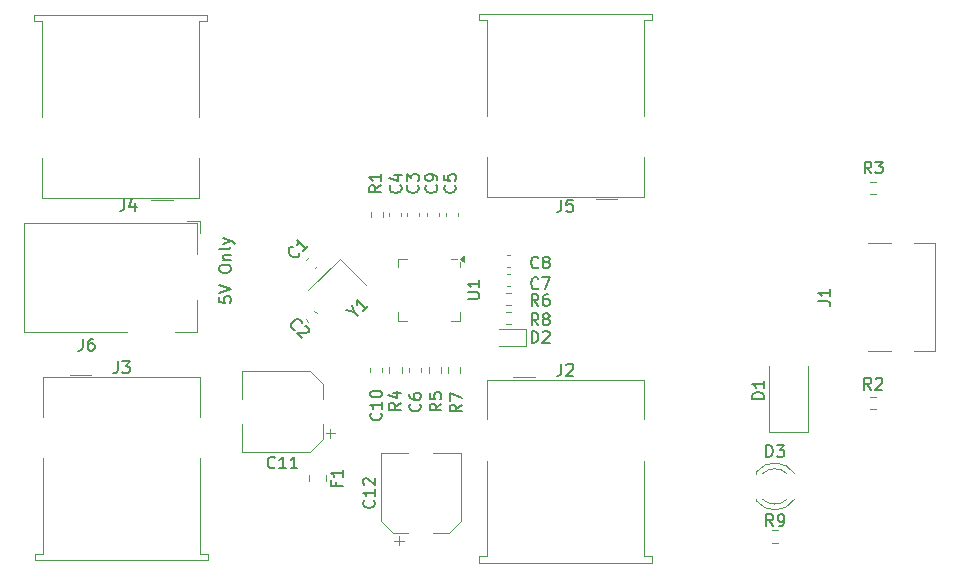
<source format=gbr>
%TF.GenerationSoftware,KiCad,Pcbnew,9.0.3-9.0.3-0~ubuntu22.04.1*%
%TF.CreationDate,2025-08-06T08:54:33+07:00*%
%TF.ProjectId,USB_HUB_4Port,5553425f-4855-4425-9f34-506f72742e6b,rev?*%
%TF.SameCoordinates,Original*%
%TF.FileFunction,Legend,Top*%
%TF.FilePolarity,Positive*%
%FSLAX46Y46*%
G04 Gerber Fmt 4.6, Leading zero omitted, Abs format (unit mm)*
G04 Created by KiCad (PCBNEW 9.0.3-9.0.3-0~ubuntu22.04.1) date 2025-08-06 08:54:33*
%MOMM*%
%LPD*%
G01*
G04 APERTURE LIST*
%ADD10C,0.200000*%
%ADD11C,0.150000*%
%ADD12C,0.120000*%
G04 APERTURE END LIST*
D10*
X64497219Y-146564136D02*
X64497219Y-147040326D01*
X64497219Y-147040326D02*
X64973409Y-147087945D01*
X64973409Y-147087945D02*
X64925790Y-147040326D01*
X64925790Y-147040326D02*
X64878171Y-146945088D01*
X64878171Y-146945088D02*
X64878171Y-146706993D01*
X64878171Y-146706993D02*
X64925790Y-146611755D01*
X64925790Y-146611755D02*
X64973409Y-146564136D01*
X64973409Y-146564136D02*
X65068647Y-146516517D01*
X65068647Y-146516517D02*
X65306742Y-146516517D01*
X65306742Y-146516517D02*
X65401980Y-146564136D01*
X65401980Y-146564136D02*
X65449600Y-146611755D01*
X65449600Y-146611755D02*
X65497219Y-146706993D01*
X65497219Y-146706993D02*
X65497219Y-146945088D01*
X65497219Y-146945088D02*
X65449600Y-147040326D01*
X65449600Y-147040326D02*
X65401980Y-147087945D01*
X64497219Y-146230802D02*
X65497219Y-145897469D01*
X65497219Y-145897469D02*
X64497219Y-145564136D01*
X64497219Y-144278421D02*
X64497219Y-144087945D01*
X64497219Y-144087945D02*
X64544838Y-143992707D01*
X64544838Y-143992707D02*
X64640076Y-143897469D01*
X64640076Y-143897469D02*
X64830552Y-143849850D01*
X64830552Y-143849850D02*
X65163885Y-143849850D01*
X65163885Y-143849850D02*
X65354361Y-143897469D01*
X65354361Y-143897469D02*
X65449600Y-143992707D01*
X65449600Y-143992707D02*
X65497219Y-144087945D01*
X65497219Y-144087945D02*
X65497219Y-144278421D01*
X65497219Y-144278421D02*
X65449600Y-144373659D01*
X65449600Y-144373659D02*
X65354361Y-144468897D01*
X65354361Y-144468897D02*
X65163885Y-144516516D01*
X65163885Y-144516516D02*
X64830552Y-144516516D01*
X64830552Y-144516516D02*
X64640076Y-144468897D01*
X64640076Y-144468897D02*
X64544838Y-144373659D01*
X64544838Y-144373659D02*
X64497219Y-144278421D01*
X64830552Y-143421278D02*
X65497219Y-143421278D01*
X64925790Y-143421278D02*
X64878171Y-143373659D01*
X64878171Y-143373659D02*
X64830552Y-143278421D01*
X64830552Y-143278421D02*
X64830552Y-143135564D01*
X64830552Y-143135564D02*
X64878171Y-143040326D01*
X64878171Y-143040326D02*
X64973409Y-142992707D01*
X64973409Y-142992707D02*
X65497219Y-142992707D01*
X65497219Y-142373659D02*
X65449600Y-142468897D01*
X65449600Y-142468897D02*
X65354361Y-142516516D01*
X65354361Y-142516516D02*
X64497219Y-142516516D01*
X64830552Y-142087944D02*
X65497219Y-141849849D01*
X64830552Y-141611754D02*
X65497219Y-141849849D01*
X65497219Y-141849849D02*
X65735314Y-141945087D01*
X65735314Y-141945087D02*
X65782933Y-141992706D01*
X65782933Y-141992706D02*
X65830552Y-142087944D01*
D11*
X85524819Y-146721904D02*
X86334342Y-146721904D01*
X86334342Y-146721904D02*
X86429580Y-146674285D01*
X86429580Y-146674285D02*
X86477200Y-146626666D01*
X86477200Y-146626666D02*
X86524819Y-146531428D01*
X86524819Y-146531428D02*
X86524819Y-146340952D01*
X86524819Y-146340952D02*
X86477200Y-146245714D01*
X86477200Y-146245714D02*
X86429580Y-146198095D01*
X86429580Y-146198095D02*
X86334342Y-146150476D01*
X86334342Y-146150476D02*
X85524819Y-146150476D01*
X86524819Y-145150476D02*
X86524819Y-145721904D01*
X86524819Y-145436190D02*
X85524819Y-145436190D01*
X85524819Y-145436190D02*
X85667676Y-145531428D01*
X85667676Y-145531428D02*
X85762914Y-145626666D01*
X85762914Y-145626666D02*
X85810533Y-145721904D01*
X91513333Y-147324819D02*
X91180000Y-146848628D01*
X90941905Y-147324819D02*
X90941905Y-146324819D01*
X90941905Y-146324819D02*
X91322857Y-146324819D01*
X91322857Y-146324819D02*
X91418095Y-146372438D01*
X91418095Y-146372438D02*
X91465714Y-146420057D01*
X91465714Y-146420057D02*
X91513333Y-146515295D01*
X91513333Y-146515295D02*
X91513333Y-146658152D01*
X91513333Y-146658152D02*
X91465714Y-146753390D01*
X91465714Y-146753390D02*
X91418095Y-146801009D01*
X91418095Y-146801009D02*
X91322857Y-146848628D01*
X91322857Y-146848628D02*
X90941905Y-146848628D01*
X92370476Y-146324819D02*
X92180000Y-146324819D01*
X92180000Y-146324819D02*
X92084762Y-146372438D01*
X92084762Y-146372438D02*
X92037143Y-146420057D01*
X92037143Y-146420057D02*
X91941905Y-146562914D01*
X91941905Y-146562914D02*
X91894286Y-146753390D01*
X91894286Y-146753390D02*
X91894286Y-147134342D01*
X91894286Y-147134342D02*
X91941905Y-147229580D01*
X91941905Y-147229580D02*
X91989524Y-147277200D01*
X91989524Y-147277200D02*
X92084762Y-147324819D01*
X92084762Y-147324819D02*
X92275238Y-147324819D01*
X92275238Y-147324819D02*
X92370476Y-147277200D01*
X92370476Y-147277200D02*
X92418095Y-147229580D01*
X92418095Y-147229580D02*
X92465714Y-147134342D01*
X92465714Y-147134342D02*
X92465714Y-146896247D01*
X92465714Y-146896247D02*
X92418095Y-146801009D01*
X92418095Y-146801009D02*
X92370476Y-146753390D01*
X92370476Y-146753390D02*
X92275238Y-146705771D01*
X92275238Y-146705771D02*
X92084762Y-146705771D01*
X92084762Y-146705771D02*
X91989524Y-146753390D01*
X91989524Y-146753390D02*
X91941905Y-146801009D01*
X91941905Y-146801009D02*
X91894286Y-146896247D01*
X71286411Y-142882112D02*
X71286411Y-142949456D01*
X71286411Y-142949456D02*
X71219067Y-143084143D01*
X71219067Y-143084143D02*
X71151724Y-143151486D01*
X71151724Y-143151486D02*
X71017037Y-143218830D01*
X71017037Y-143218830D02*
X70882350Y-143218830D01*
X70882350Y-143218830D02*
X70781335Y-143185158D01*
X70781335Y-143185158D02*
X70612976Y-143084143D01*
X70612976Y-143084143D02*
X70511961Y-142983128D01*
X70511961Y-142983128D02*
X70410945Y-142814769D01*
X70410945Y-142814769D02*
X70377274Y-142713754D01*
X70377274Y-142713754D02*
X70377274Y-142579067D01*
X70377274Y-142579067D02*
X70444617Y-142444380D01*
X70444617Y-142444380D02*
X70511961Y-142377036D01*
X70511961Y-142377036D02*
X70646648Y-142309693D01*
X70646648Y-142309693D02*
X70713991Y-142309693D01*
X72027189Y-142276021D02*
X71623128Y-142680082D01*
X71825159Y-142478051D02*
X71118052Y-141770945D01*
X71118052Y-141770945D02*
X71151724Y-141939303D01*
X71151724Y-141939303D02*
X71151724Y-142073990D01*
X71151724Y-142073990D02*
X71118052Y-142175006D01*
X78169580Y-156407857D02*
X78217200Y-156455476D01*
X78217200Y-156455476D02*
X78264819Y-156598333D01*
X78264819Y-156598333D02*
X78264819Y-156693571D01*
X78264819Y-156693571D02*
X78217200Y-156836428D01*
X78217200Y-156836428D02*
X78121961Y-156931666D01*
X78121961Y-156931666D02*
X78026723Y-156979285D01*
X78026723Y-156979285D02*
X77836247Y-157026904D01*
X77836247Y-157026904D02*
X77693390Y-157026904D01*
X77693390Y-157026904D02*
X77502914Y-156979285D01*
X77502914Y-156979285D02*
X77407676Y-156931666D01*
X77407676Y-156931666D02*
X77312438Y-156836428D01*
X77312438Y-156836428D02*
X77264819Y-156693571D01*
X77264819Y-156693571D02*
X77264819Y-156598333D01*
X77264819Y-156598333D02*
X77312438Y-156455476D01*
X77312438Y-156455476D02*
X77360057Y-156407857D01*
X78264819Y-155455476D02*
X78264819Y-156026904D01*
X78264819Y-155741190D02*
X77264819Y-155741190D01*
X77264819Y-155741190D02*
X77407676Y-155836428D01*
X77407676Y-155836428D02*
X77502914Y-155931666D01*
X77502914Y-155931666D02*
X77550533Y-156026904D01*
X77264819Y-154836428D02*
X77264819Y-154741190D01*
X77264819Y-154741190D02*
X77312438Y-154645952D01*
X77312438Y-154645952D02*
X77360057Y-154598333D01*
X77360057Y-154598333D02*
X77455295Y-154550714D01*
X77455295Y-154550714D02*
X77645771Y-154503095D01*
X77645771Y-154503095D02*
X77883866Y-154503095D01*
X77883866Y-154503095D02*
X78074342Y-154550714D01*
X78074342Y-154550714D02*
X78169580Y-154598333D01*
X78169580Y-154598333D02*
X78217200Y-154645952D01*
X78217200Y-154645952D02*
X78264819Y-154741190D01*
X78264819Y-154741190D02*
X78264819Y-154836428D01*
X78264819Y-154836428D02*
X78217200Y-154931666D01*
X78217200Y-154931666D02*
X78169580Y-154979285D01*
X78169580Y-154979285D02*
X78074342Y-155026904D01*
X78074342Y-155026904D02*
X77883866Y-155074523D01*
X77883866Y-155074523D02*
X77645771Y-155074523D01*
X77645771Y-155074523D02*
X77455295Y-155026904D01*
X77455295Y-155026904D02*
X77360057Y-154979285D01*
X77360057Y-154979285D02*
X77312438Y-154931666D01*
X77312438Y-154931666D02*
X77264819Y-154836428D01*
X119713333Y-136114819D02*
X119380000Y-135638628D01*
X119141905Y-136114819D02*
X119141905Y-135114819D01*
X119141905Y-135114819D02*
X119522857Y-135114819D01*
X119522857Y-135114819D02*
X119618095Y-135162438D01*
X119618095Y-135162438D02*
X119665714Y-135210057D01*
X119665714Y-135210057D02*
X119713333Y-135305295D01*
X119713333Y-135305295D02*
X119713333Y-135448152D01*
X119713333Y-135448152D02*
X119665714Y-135543390D01*
X119665714Y-135543390D02*
X119618095Y-135591009D01*
X119618095Y-135591009D02*
X119522857Y-135638628D01*
X119522857Y-135638628D02*
X119141905Y-135638628D01*
X120046667Y-135114819D02*
X120665714Y-135114819D01*
X120665714Y-135114819D02*
X120332381Y-135495771D01*
X120332381Y-135495771D02*
X120475238Y-135495771D01*
X120475238Y-135495771D02*
X120570476Y-135543390D01*
X120570476Y-135543390D02*
X120618095Y-135591009D01*
X120618095Y-135591009D02*
X120665714Y-135686247D01*
X120665714Y-135686247D02*
X120665714Y-135924342D01*
X120665714Y-135924342D02*
X120618095Y-136019580D01*
X120618095Y-136019580D02*
X120570476Y-136067200D01*
X120570476Y-136067200D02*
X120475238Y-136114819D01*
X120475238Y-136114819D02*
X120189524Y-136114819D01*
X120189524Y-136114819D02*
X120094286Y-136067200D01*
X120094286Y-136067200D02*
X120046667Y-136019580D01*
X70906724Y-149347574D02*
X70839380Y-149347574D01*
X70839380Y-149347574D02*
X70704693Y-149280230D01*
X70704693Y-149280230D02*
X70637350Y-149212887D01*
X70637350Y-149212887D02*
X70570006Y-149078200D01*
X70570006Y-149078200D02*
X70570006Y-148943513D01*
X70570006Y-148943513D02*
X70603678Y-148842498D01*
X70603678Y-148842498D02*
X70704693Y-148674139D01*
X70704693Y-148674139D02*
X70805708Y-148573124D01*
X70805708Y-148573124D02*
X70974067Y-148472108D01*
X70974067Y-148472108D02*
X71075082Y-148438437D01*
X71075082Y-148438437D02*
X71209769Y-148438437D01*
X71209769Y-148438437D02*
X71344456Y-148505780D01*
X71344456Y-148505780D02*
X71411800Y-148573124D01*
X71411800Y-148573124D02*
X71479143Y-148707811D01*
X71479143Y-148707811D02*
X71479143Y-148775154D01*
X71748517Y-149044528D02*
X71815861Y-149044528D01*
X71815861Y-149044528D02*
X71916876Y-149078200D01*
X71916876Y-149078200D02*
X72085235Y-149246559D01*
X72085235Y-149246559D02*
X72118907Y-149347574D01*
X72118907Y-149347574D02*
X72118907Y-149414917D01*
X72118907Y-149414917D02*
X72085235Y-149515933D01*
X72085235Y-149515933D02*
X72017891Y-149583276D01*
X72017891Y-149583276D02*
X71883204Y-149650620D01*
X71883204Y-149650620D02*
X71075082Y-149650620D01*
X71075082Y-149650620D02*
X71512815Y-150088352D01*
X90941905Y-150474819D02*
X90941905Y-149474819D01*
X90941905Y-149474819D02*
X91180000Y-149474819D01*
X91180000Y-149474819D02*
X91322857Y-149522438D01*
X91322857Y-149522438D02*
X91418095Y-149617676D01*
X91418095Y-149617676D02*
X91465714Y-149712914D01*
X91465714Y-149712914D02*
X91513333Y-149903390D01*
X91513333Y-149903390D02*
X91513333Y-150046247D01*
X91513333Y-150046247D02*
X91465714Y-150236723D01*
X91465714Y-150236723D02*
X91418095Y-150331961D01*
X91418095Y-150331961D02*
X91322857Y-150427200D01*
X91322857Y-150427200D02*
X91180000Y-150474819D01*
X91180000Y-150474819D02*
X90941905Y-150474819D01*
X91894286Y-149570057D02*
X91941905Y-149522438D01*
X91941905Y-149522438D02*
X92037143Y-149474819D01*
X92037143Y-149474819D02*
X92275238Y-149474819D01*
X92275238Y-149474819D02*
X92370476Y-149522438D01*
X92370476Y-149522438D02*
X92418095Y-149570057D01*
X92418095Y-149570057D02*
X92465714Y-149665295D01*
X92465714Y-149665295D02*
X92465714Y-149760533D01*
X92465714Y-149760533D02*
X92418095Y-149903390D01*
X92418095Y-149903390D02*
X91846667Y-150474819D01*
X91846667Y-150474819D02*
X92465714Y-150474819D01*
X81289580Y-137126666D02*
X81337200Y-137174285D01*
X81337200Y-137174285D02*
X81384819Y-137317142D01*
X81384819Y-137317142D02*
X81384819Y-137412380D01*
X81384819Y-137412380D02*
X81337200Y-137555237D01*
X81337200Y-137555237D02*
X81241961Y-137650475D01*
X81241961Y-137650475D02*
X81146723Y-137698094D01*
X81146723Y-137698094D02*
X80956247Y-137745713D01*
X80956247Y-137745713D02*
X80813390Y-137745713D01*
X80813390Y-137745713D02*
X80622914Y-137698094D01*
X80622914Y-137698094D02*
X80527676Y-137650475D01*
X80527676Y-137650475D02*
X80432438Y-137555237D01*
X80432438Y-137555237D02*
X80384819Y-137412380D01*
X80384819Y-137412380D02*
X80384819Y-137317142D01*
X80384819Y-137317142D02*
X80432438Y-137174285D01*
X80432438Y-137174285D02*
X80480057Y-137126666D01*
X80384819Y-136793332D02*
X80384819Y-136174285D01*
X80384819Y-136174285D02*
X80765771Y-136507618D01*
X80765771Y-136507618D02*
X80765771Y-136364761D01*
X80765771Y-136364761D02*
X80813390Y-136269523D01*
X80813390Y-136269523D02*
X80861009Y-136221904D01*
X80861009Y-136221904D02*
X80956247Y-136174285D01*
X80956247Y-136174285D02*
X81194342Y-136174285D01*
X81194342Y-136174285D02*
X81289580Y-136221904D01*
X81289580Y-136221904D02*
X81337200Y-136269523D01*
X81337200Y-136269523D02*
X81384819Y-136364761D01*
X81384819Y-136364761D02*
X81384819Y-136650475D01*
X81384819Y-136650475D02*
X81337200Y-136745713D01*
X81337200Y-136745713D02*
X81289580Y-136793332D01*
X82859580Y-137126666D02*
X82907200Y-137174285D01*
X82907200Y-137174285D02*
X82954819Y-137317142D01*
X82954819Y-137317142D02*
X82954819Y-137412380D01*
X82954819Y-137412380D02*
X82907200Y-137555237D01*
X82907200Y-137555237D02*
X82811961Y-137650475D01*
X82811961Y-137650475D02*
X82716723Y-137698094D01*
X82716723Y-137698094D02*
X82526247Y-137745713D01*
X82526247Y-137745713D02*
X82383390Y-137745713D01*
X82383390Y-137745713D02*
X82192914Y-137698094D01*
X82192914Y-137698094D02*
X82097676Y-137650475D01*
X82097676Y-137650475D02*
X82002438Y-137555237D01*
X82002438Y-137555237D02*
X81954819Y-137412380D01*
X81954819Y-137412380D02*
X81954819Y-137317142D01*
X81954819Y-137317142D02*
X82002438Y-137174285D01*
X82002438Y-137174285D02*
X82050057Y-137126666D01*
X82954819Y-136650475D02*
X82954819Y-136459999D01*
X82954819Y-136459999D02*
X82907200Y-136364761D01*
X82907200Y-136364761D02*
X82859580Y-136317142D01*
X82859580Y-136317142D02*
X82716723Y-136221904D01*
X82716723Y-136221904D02*
X82526247Y-136174285D01*
X82526247Y-136174285D02*
X82145295Y-136174285D01*
X82145295Y-136174285D02*
X82050057Y-136221904D01*
X82050057Y-136221904D02*
X82002438Y-136269523D01*
X82002438Y-136269523D02*
X81954819Y-136364761D01*
X81954819Y-136364761D02*
X81954819Y-136555237D01*
X81954819Y-136555237D02*
X82002438Y-136650475D01*
X82002438Y-136650475D02*
X82050057Y-136698094D01*
X82050057Y-136698094D02*
X82145295Y-136745713D01*
X82145295Y-136745713D02*
X82383390Y-136745713D01*
X82383390Y-136745713D02*
X82478628Y-136698094D01*
X82478628Y-136698094D02*
X82526247Y-136650475D01*
X82526247Y-136650475D02*
X82573866Y-136555237D01*
X82573866Y-136555237D02*
X82573866Y-136364761D01*
X82573866Y-136364761D02*
X82526247Y-136269523D01*
X82526247Y-136269523D02*
X82478628Y-136221904D01*
X82478628Y-136221904D02*
X82383390Y-136174285D01*
X119703333Y-154414819D02*
X119370000Y-153938628D01*
X119131905Y-154414819D02*
X119131905Y-153414819D01*
X119131905Y-153414819D02*
X119512857Y-153414819D01*
X119512857Y-153414819D02*
X119608095Y-153462438D01*
X119608095Y-153462438D02*
X119655714Y-153510057D01*
X119655714Y-153510057D02*
X119703333Y-153605295D01*
X119703333Y-153605295D02*
X119703333Y-153748152D01*
X119703333Y-153748152D02*
X119655714Y-153843390D01*
X119655714Y-153843390D02*
X119608095Y-153891009D01*
X119608095Y-153891009D02*
X119512857Y-153938628D01*
X119512857Y-153938628D02*
X119131905Y-153938628D01*
X120084286Y-153510057D02*
X120131905Y-153462438D01*
X120131905Y-153462438D02*
X120227143Y-153414819D01*
X120227143Y-153414819D02*
X120465238Y-153414819D01*
X120465238Y-153414819D02*
X120560476Y-153462438D01*
X120560476Y-153462438D02*
X120608095Y-153510057D01*
X120608095Y-153510057D02*
X120655714Y-153605295D01*
X120655714Y-153605295D02*
X120655714Y-153700533D01*
X120655714Y-153700533D02*
X120608095Y-153843390D01*
X120608095Y-153843390D02*
X120036667Y-154414819D01*
X120036667Y-154414819D02*
X120655714Y-154414819D01*
X115234819Y-146923333D02*
X115949104Y-146923333D01*
X115949104Y-146923333D02*
X116091961Y-146970952D01*
X116091961Y-146970952D02*
X116187200Y-147066190D01*
X116187200Y-147066190D02*
X116234819Y-147209047D01*
X116234819Y-147209047D02*
X116234819Y-147304285D01*
X116234819Y-145923333D02*
X116234819Y-146494761D01*
X116234819Y-146209047D02*
X115234819Y-146209047D01*
X115234819Y-146209047D02*
X115377676Y-146304285D01*
X115377676Y-146304285D02*
X115472914Y-146399523D01*
X115472914Y-146399523D02*
X115520533Y-146494761D01*
X111403333Y-165974819D02*
X111070000Y-165498628D01*
X110831905Y-165974819D02*
X110831905Y-164974819D01*
X110831905Y-164974819D02*
X111212857Y-164974819D01*
X111212857Y-164974819D02*
X111308095Y-165022438D01*
X111308095Y-165022438D02*
X111355714Y-165070057D01*
X111355714Y-165070057D02*
X111403333Y-165165295D01*
X111403333Y-165165295D02*
X111403333Y-165308152D01*
X111403333Y-165308152D02*
X111355714Y-165403390D01*
X111355714Y-165403390D02*
X111308095Y-165451009D01*
X111308095Y-165451009D02*
X111212857Y-165498628D01*
X111212857Y-165498628D02*
X110831905Y-165498628D01*
X111879524Y-165974819D02*
X112070000Y-165974819D01*
X112070000Y-165974819D02*
X112165238Y-165927200D01*
X112165238Y-165927200D02*
X112212857Y-165879580D01*
X112212857Y-165879580D02*
X112308095Y-165736723D01*
X112308095Y-165736723D02*
X112355714Y-165546247D01*
X112355714Y-165546247D02*
X112355714Y-165165295D01*
X112355714Y-165165295D02*
X112308095Y-165070057D01*
X112308095Y-165070057D02*
X112260476Y-165022438D01*
X112260476Y-165022438D02*
X112165238Y-164974819D01*
X112165238Y-164974819D02*
X111974762Y-164974819D01*
X111974762Y-164974819D02*
X111879524Y-165022438D01*
X111879524Y-165022438D02*
X111831905Y-165070057D01*
X111831905Y-165070057D02*
X111784286Y-165165295D01*
X111784286Y-165165295D02*
X111784286Y-165403390D01*
X111784286Y-165403390D02*
X111831905Y-165498628D01*
X111831905Y-165498628D02*
X111879524Y-165546247D01*
X111879524Y-165546247D02*
X111974762Y-165593866D01*
X111974762Y-165593866D02*
X112165238Y-165593866D01*
X112165238Y-165593866D02*
X112260476Y-165546247D01*
X112260476Y-165546247D02*
X112308095Y-165498628D01*
X112308095Y-165498628D02*
X112355714Y-165403390D01*
X91513333Y-145829580D02*
X91465714Y-145877200D01*
X91465714Y-145877200D02*
X91322857Y-145924819D01*
X91322857Y-145924819D02*
X91227619Y-145924819D01*
X91227619Y-145924819D02*
X91084762Y-145877200D01*
X91084762Y-145877200D02*
X90989524Y-145781961D01*
X90989524Y-145781961D02*
X90941905Y-145686723D01*
X90941905Y-145686723D02*
X90894286Y-145496247D01*
X90894286Y-145496247D02*
X90894286Y-145353390D01*
X90894286Y-145353390D02*
X90941905Y-145162914D01*
X90941905Y-145162914D02*
X90989524Y-145067676D01*
X90989524Y-145067676D02*
X91084762Y-144972438D01*
X91084762Y-144972438D02*
X91227619Y-144924819D01*
X91227619Y-144924819D02*
X91322857Y-144924819D01*
X91322857Y-144924819D02*
X91465714Y-144972438D01*
X91465714Y-144972438D02*
X91513333Y-145020057D01*
X91846667Y-144924819D02*
X92513333Y-144924819D01*
X92513333Y-144924819D02*
X92084762Y-145924819D01*
X55906666Y-152034819D02*
X55906666Y-152749104D01*
X55906666Y-152749104D02*
X55859047Y-152891961D01*
X55859047Y-152891961D02*
X55763809Y-152987200D01*
X55763809Y-152987200D02*
X55620952Y-153034819D01*
X55620952Y-153034819D02*
X55525714Y-153034819D01*
X56287619Y-152034819D02*
X56906666Y-152034819D01*
X56906666Y-152034819D02*
X56573333Y-152415771D01*
X56573333Y-152415771D02*
X56716190Y-152415771D01*
X56716190Y-152415771D02*
X56811428Y-152463390D01*
X56811428Y-152463390D02*
X56859047Y-152511009D01*
X56859047Y-152511009D02*
X56906666Y-152606247D01*
X56906666Y-152606247D02*
X56906666Y-152844342D01*
X56906666Y-152844342D02*
X56859047Y-152939580D01*
X56859047Y-152939580D02*
X56811428Y-152987200D01*
X56811428Y-152987200D02*
X56716190Y-153034819D01*
X56716190Y-153034819D02*
X56430476Y-153034819D01*
X56430476Y-153034819D02*
X56335238Y-152987200D01*
X56335238Y-152987200D02*
X56287619Y-152939580D01*
X52946666Y-150114819D02*
X52946666Y-150829104D01*
X52946666Y-150829104D02*
X52899047Y-150971961D01*
X52899047Y-150971961D02*
X52803809Y-151067200D01*
X52803809Y-151067200D02*
X52660952Y-151114819D01*
X52660952Y-151114819D02*
X52565714Y-151114819D01*
X53851428Y-150114819D02*
X53660952Y-150114819D01*
X53660952Y-150114819D02*
X53565714Y-150162438D01*
X53565714Y-150162438D02*
X53518095Y-150210057D01*
X53518095Y-150210057D02*
X53422857Y-150352914D01*
X53422857Y-150352914D02*
X53375238Y-150543390D01*
X53375238Y-150543390D02*
X53375238Y-150924342D01*
X53375238Y-150924342D02*
X53422857Y-151019580D01*
X53422857Y-151019580D02*
X53470476Y-151067200D01*
X53470476Y-151067200D02*
X53565714Y-151114819D01*
X53565714Y-151114819D02*
X53756190Y-151114819D01*
X53756190Y-151114819D02*
X53851428Y-151067200D01*
X53851428Y-151067200D02*
X53899047Y-151019580D01*
X53899047Y-151019580D02*
X53946666Y-150924342D01*
X53946666Y-150924342D02*
X53946666Y-150686247D01*
X53946666Y-150686247D02*
X53899047Y-150591009D01*
X53899047Y-150591009D02*
X53851428Y-150543390D01*
X53851428Y-150543390D02*
X53756190Y-150495771D01*
X53756190Y-150495771D02*
X53565714Y-150495771D01*
X53565714Y-150495771D02*
X53470476Y-150543390D01*
X53470476Y-150543390D02*
X53422857Y-150591009D01*
X53422857Y-150591009D02*
X53375238Y-150686247D01*
X91513333Y-148974819D02*
X91180000Y-148498628D01*
X90941905Y-148974819D02*
X90941905Y-147974819D01*
X90941905Y-147974819D02*
X91322857Y-147974819D01*
X91322857Y-147974819D02*
X91418095Y-148022438D01*
X91418095Y-148022438D02*
X91465714Y-148070057D01*
X91465714Y-148070057D02*
X91513333Y-148165295D01*
X91513333Y-148165295D02*
X91513333Y-148308152D01*
X91513333Y-148308152D02*
X91465714Y-148403390D01*
X91465714Y-148403390D02*
X91418095Y-148451009D01*
X91418095Y-148451009D02*
X91322857Y-148498628D01*
X91322857Y-148498628D02*
X90941905Y-148498628D01*
X92084762Y-148403390D02*
X91989524Y-148355771D01*
X91989524Y-148355771D02*
X91941905Y-148308152D01*
X91941905Y-148308152D02*
X91894286Y-148212914D01*
X91894286Y-148212914D02*
X91894286Y-148165295D01*
X91894286Y-148165295D02*
X91941905Y-148070057D01*
X91941905Y-148070057D02*
X91989524Y-148022438D01*
X91989524Y-148022438D02*
X92084762Y-147974819D01*
X92084762Y-147974819D02*
X92275238Y-147974819D01*
X92275238Y-147974819D02*
X92370476Y-148022438D01*
X92370476Y-148022438D02*
X92418095Y-148070057D01*
X92418095Y-148070057D02*
X92465714Y-148165295D01*
X92465714Y-148165295D02*
X92465714Y-148212914D01*
X92465714Y-148212914D02*
X92418095Y-148308152D01*
X92418095Y-148308152D02*
X92370476Y-148355771D01*
X92370476Y-148355771D02*
X92275238Y-148403390D01*
X92275238Y-148403390D02*
X92084762Y-148403390D01*
X92084762Y-148403390D02*
X91989524Y-148451009D01*
X91989524Y-148451009D02*
X91941905Y-148498628D01*
X91941905Y-148498628D02*
X91894286Y-148593866D01*
X91894286Y-148593866D02*
X91894286Y-148784342D01*
X91894286Y-148784342D02*
X91941905Y-148879580D01*
X91941905Y-148879580D02*
X91989524Y-148927200D01*
X91989524Y-148927200D02*
X92084762Y-148974819D01*
X92084762Y-148974819D02*
X92275238Y-148974819D01*
X92275238Y-148974819D02*
X92370476Y-148927200D01*
X92370476Y-148927200D02*
X92418095Y-148879580D01*
X92418095Y-148879580D02*
X92465714Y-148784342D01*
X92465714Y-148784342D02*
X92465714Y-148593866D01*
X92465714Y-148593866D02*
X92418095Y-148498628D01*
X92418095Y-148498628D02*
X92370476Y-148451009D01*
X92370476Y-148451009D02*
X92275238Y-148403390D01*
X93466666Y-138354819D02*
X93466666Y-139069104D01*
X93466666Y-139069104D02*
X93419047Y-139211961D01*
X93419047Y-139211961D02*
X93323809Y-139307200D01*
X93323809Y-139307200D02*
X93180952Y-139354819D01*
X93180952Y-139354819D02*
X93085714Y-139354819D01*
X94419047Y-138354819D02*
X93942857Y-138354819D01*
X93942857Y-138354819D02*
X93895238Y-138831009D01*
X93895238Y-138831009D02*
X93942857Y-138783390D01*
X93942857Y-138783390D02*
X94038095Y-138735771D01*
X94038095Y-138735771D02*
X94276190Y-138735771D01*
X94276190Y-138735771D02*
X94371428Y-138783390D01*
X94371428Y-138783390D02*
X94419047Y-138831009D01*
X94419047Y-138831009D02*
X94466666Y-138926247D01*
X94466666Y-138926247D02*
X94466666Y-139164342D01*
X94466666Y-139164342D02*
X94419047Y-139259580D01*
X94419047Y-139259580D02*
X94371428Y-139307200D01*
X94371428Y-139307200D02*
X94276190Y-139354819D01*
X94276190Y-139354819D02*
X94038095Y-139354819D01*
X94038095Y-139354819D02*
X93942857Y-139307200D01*
X93942857Y-139307200D02*
X93895238Y-139259580D01*
X79854819Y-155536666D02*
X79378628Y-155869999D01*
X79854819Y-156108094D02*
X78854819Y-156108094D01*
X78854819Y-156108094D02*
X78854819Y-155727142D01*
X78854819Y-155727142D02*
X78902438Y-155631904D01*
X78902438Y-155631904D02*
X78950057Y-155584285D01*
X78950057Y-155584285D02*
X79045295Y-155536666D01*
X79045295Y-155536666D02*
X79188152Y-155536666D01*
X79188152Y-155536666D02*
X79283390Y-155584285D01*
X79283390Y-155584285D02*
X79331009Y-155631904D01*
X79331009Y-155631904D02*
X79378628Y-155727142D01*
X79378628Y-155727142D02*
X79378628Y-156108094D01*
X79188152Y-154679523D02*
X79854819Y-154679523D01*
X78807200Y-154917618D02*
X79521485Y-155155713D01*
X79521485Y-155155713D02*
X79521485Y-154536666D01*
X93466666Y-152224819D02*
X93466666Y-152939104D01*
X93466666Y-152939104D02*
X93419047Y-153081961D01*
X93419047Y-153081961D02*
X93323809Y-153177200D01*
X93323809Y-153177200D02*
X93180952Y-153224819D01*
X93180952Y-153224819D02*
X93085714Y-153224819D01*
X93895238Y-152320057D02*
X93942857Y-152272438D01*
X93942857Y-152272438D02*
X94038095Y-152224819D01*
X94038095Y-152224819D02*
X94276190Y-152224819D01*
X94276190Y-152224819D02*
X94371428Y-152272438D01*
X94371428Y-152272438D02*
X94419047Y-152320057D01*
X94419047Y-152320057D02*
X94466666Y-152415295D01*
X94466666Y-152415295D02*
X94466666Y-152510533D01*
X94466666Y-152510533D02*
X94419047Y-152653390D01*
X94419047Y-152653390D02*
X93847619Y-153224819D01*
X93847619Y-153224819D02*
X94466666Y-153224819D01*
X84429580Y-137126666D02*
X84477200Y-137174285D01*
X84477200Y-137174285D02*
X84524819Y-137317142D01*
X84524819Y-137317142D02*
X84524819Y-137412380D01*
X84524819Y-137412380D02*
X84477200Y-137555237D01*
X84477200Y-137555237D02*
X84381961Y-137650475D01*
X84381961Y-137650475D02*
X84286723Y-137698094D01*
X84286723Y-137698094D02*
X84096247Y-137745713D01*
X84096247Y-137745713D02*
X83953390Y-137745713D01*
X83953390Y-137745713D02*
X83762914Y-137698094D01*
X83762914Y-137698094D02*
X83667676Y-137650475D01*
X83667676Y-137650475D02*
X83572438Y-137555237D01*
X83572438Y-137555237D02*
X83524819Y-137412380D01*
X83524819Y-137412380D02*
X83524819Y-137317142D01*
X83524819Y-137317142D02*
X83572438Y-137174285D01*
X83572438Y-137174285D02*
X83620057Y-137126666D01*
X83524819Y-136221904D02*
X83524819Y-136698094D01*
X83524819Y-136698094D02*
X84001009Y-136745713D01*
X84001009Y-136745713D02*
X83953390Y-136698094D01*
X83953390Y-136698094D02*
X83905771Y-136602856D01*
X83905771Y-136602856D02*
X83905771Y-136364761D01*
X83905771Y-136364761D02*
X83953390Y-136269523D01*
X83953390Y-136269523D02*
X84001009Y-136221904D01*
X84001009Y-136221904D02*
X84096247Y-136174285D01*
X84096247Y-136174285D02*
X84334342Y-136174285D01*
X84334342Y-136174285D02*
X84429580Y-136221904D01*
X84429580Y-136221904D02*
X84477200Y-136269523D01*
X84477200Y-136269523D02*
X84524819Y-136364761D01*
X84524819Y-136364761D02*
X84524819Y-136602856D01*
X84524819Y-136602856D02*
X84477200Y-136698094D01*
X84477200Y-136698094D02*
X84429580Y-136745713D01*
X83304819Y-155606666D02*
X82828628Y-155939999D01*
X83304819Y-156178094D02*
X82304819Y-156178094D01*
X82304819Y-156178094D02*
X82304819Y-155797142D01*
X82304819Y-155797142D02*
X82352438Y-155701904D01*
X82352438Y-155701904D02*
X82400057Y-155654285D01*
X82400057Y-155654285D02*
X82495295Y-155606666D01*
X82495295Y-155606666D02*
X82638152Y-155606666D01*
X82638152Y-155606666D02*
X82733390Y-155654285D01*
X82733390Y-155654285D02*
X82781009Y-155701904D01*
X82781009Y-155701904D02*
X82828628Y-155797142D01*
X82828628Y-155797142D02*
X82828628Y-156178094D01*
X82304819Y-154701904D02*
X82304819Y-155178094D01*
X82304819Y-155178094D02*
X82781009Y-155225713D01*
X82781009Y-155225713D02*
X82733390Y-155178094D01*
X82733390Y-155178094D02*
X82685771Y-155082856D01*
X82685771Y-155082856D02*
X82685771Y-154844761D01*
X82685771Y-154844761D02*
X82733390Y-154749523D01*
X82733390Y-154749523D02*
X82781009Y-154701904D01*
X82781009Y-154701904D02*
X82876247Y-154654285D01*
X82876247Y-154654285D02*
X83114342Y-154654285D01*
X83114342Y-154654285D02*
X83209580Y-154701904D01*
X83209580Y-154701904D02*
X83257200Y-154749523D01*
X83257200Y-154749523D02*
X83304819Y-154844761D01*
X83304819Y-154844761D02*
X83304819Y-155082856D01*
X83304819Y-155082856D02*
X83257200Y-155178094D01*
X83257200Y-155178094D02*
X83209580Y-155225713D01*
X77579580Y-163802857D02*
X77627200Y-163850476D01*
X77627200Y-163850476D02*
X77674819Y-163993333D01*
X77674819Y-163993333D02*
X77674819Y-164088571D01*
X77674819Y-164088571D02*
X77627200Y-164231428D01*
X77627200Y-164231428D02*
X77531961Y-164326666D01*
X77531961Y-164326666D02*
X77436723Y-164374285D01*
X77436723Y-164374285D02*
X77246247Y-164421904D01*
X77246247Y-164421904D02*
X77103390Y-164421904D01*
X77103390Y-164421904D02*
X76912914Y-164374285D01*
X76912914Y-164374285D02*
X76817676Y-164326666D01*
X76817676Y-164326666D02*
X76722438Y-164231428D01*
X76722438Y-164231428D02*
X76674819Y-164088571D01*
X76674819Y-164088571D02*
X76674819Y-163993333D01*
X76674819Y-163993333D02*
X76722438Y-163850476D01*
X76722438Y-163850476D02*
X76770057Y-163802857D01*
X77674819Y-162850476D02*
X77674819Y-163421904D01*
X77674819Y-163136190D02*
X76674819Y-163136190D01*
X76674819Y-163136190D02*
X76817676Y-163231428D01*
X76817676Y-163231428D02*
X76912914Y-163326666D01*
X76912914Y-163326666D02*
X76960533Y-163421904D01*
X76770057Y-162469523D02*
X76722438Y-162421904D01*
X76722438Y-162421904D02*
X76674819Y-162326666D01*
X76674819Y-162326666D02*
X76674819Y-162088571D01*
X76674819Y-162088571D02*
X76722438Y-161993333D01*
X76722438Y-161993333D02*
X76770057Y-161945714D01*
X76770057Y-161945714D02*
X76865295Y-161898095D01*
X76865295Y-161898095D02*
X76960533Y-161898095D01*
X76960533Y-161898095D02*
X77103390Y-161945714D01*
X77103390Y-161945714D02*
X77674819Y-162517142D01*
X77674819Y-162517142D02*
X77674819Y-161898095D01*
X110801905Y-160109819D02*
X110801905Y-159109819D01*
X110801905Y-159109819D02*
X111040000Y-159109819D01*
X111040000Y-159109819D02*
X111182857Y-159157438D01*
X111182857Y-159157438D02*
X111278095Y-159252676D01*
X111278095Y-159252676D02*
X111325714Y-159347914D01*
X111325714Y-159347914D02*
X111373333Y-159538390D01*
X111373333Y-159538390D02*
X111373333Y-159681247D01*
X111373333Y-159681247D02*
X111325714Y-159871723D01*
X111325714Y-159871723D02*
X111278095Y-159966961D01*
X111278095Y-159966961D02*
X111182857Y-160062200D01*
X111182857Y-160062200D02*
X111040000Y-160109819D01*
X111040000Y-160109819D02*
X110801905Y-160109819D01*
X111706667Y-159109819D02*
X112325714Y-159109819D01*
X112325714Y-159109819D02*
X111992381Y-159490771D01*
X111992381Y-159490771D02*
X112135238Y-159490771D01*
X112135238Y-159490771D02*
X112230476Y-159538390D01*
X112230476Y-159538390D02*
X112278095Y-159586009D01*
X112278095Y-159586009D02*
X112325714Y-159681247D01*
X112325714Y-159681247D02*
X112325714Y-159919342D01*
X112325714Y-159919342D02*
X112278095Y-160014580D01*
X112278095Y-160014580D02*
X112230476Y-160062200D01*
X112230476Y-160062200D02*
X112135238Y-160109819D01*
X112135238Y-160109819D02*
X111849524Y-160109819D01*
X111849524Y-160109819D02*
X111754286Y-160062200D01*
X111754286Y-160062200D02*
X111706667Y-160014580D01*
X91513333Y-144059580D02*
X91465714Y-144107200D01*
X91465714Y-144107200D02*
X91322857Y-144154819D01*
X91322857Y-144154819D02*
X91227619Y-144154819D01*
X91227619Y-144154819D02*
X91084762Y-144107200D01*
X91084762Y-144107200D02*
X90989524Y-144011961D01*
X90989524Y-144011961D02*
X90941905Y-143916723D01*
X90941905Y-143916723D02*
X90894286Y-143726247D01*
X90894286Y-143726247D02*
X90894286Y-143583390D01*
X90894286Y-143583390D02*
X90941905Y-143392914D01*
X90941905Y-143392914D02*
X90989524Y-143297676D01*
X90989524Y-143297676D02*
X91084762Y-143202438D01*
X91084762Y-143202438D02*
X91227619Y-143154819D01*
X91227619Y-143154819D02*
X91322857Y-143154819D01*
X91322857Y-143154819D02*
X91465714Y-143202438D01*
X91465714Y-143202438D02*
X91513333Y-143250057D01*
X92084762Y-143583390D02*
X91989524Y-143535771D01*
X91989524Y-143535771D02*
X91941905Y-143488152D01*
X91941905Y-143488152D02*
X91894286Y-143392914D01*
X91894286Y-143392914D02*
X91894286Y-143345295D01*
X91894286Y-143345295D02*
X91941905Y-143250057D01*
X91941905Y-143250057D02*
X91989524Y-143202438D01*
X91989524Y-143202438D02*
X92084762Y-143154819D01*
X92084762Y-143154819D02*
X92275238Y-143154819D01*
X92275238Y-143154819D02*
X92370476Y-143202438D01*
X92370476Y-143202438D02*
X92418095Y-143250057D01*
X92418095Y-143250057D02*
X92465714Y-143345295D01*
X92465714Y-143345295D02*
X92465714Y-143392914D01*
X92465714Y-143392914D02*
X92418095Y-143488152D01*
X92418095Y-143488152D02*
X92370476Y-143535771D01*
X92370476Y-143535771D02*
X92275238Y-143583390D01*
X92275238Y-143583390D02*
X92084762Y-143583390D01*
X92084762Y-143583390D02*
X91989524Y-143631009D01*
X91989524Y-143631009D02*
X91941905Y-143678628D01*
X91941905Y-143678628D02*
X91894286Y-143773866D01*
X91894286Y-143773866D02*
X91894286Y-143964342D01*
X91894286Y-143964342D02*
X91941905Y-144059580D01*
X91941905Y-144059580D02*
X91989524Y-144107200D01*
X91989524Y-144107200D02*
X92084762Y-144154819D01*
X92084762Y-144154819D02*
X92275238Y-144154819D01*
X92275238Y-144154819D02*
X92370476Y-144107200D01*
X92370476Y-144107200D02*
X92418095Y-144059580D01*
X92418095Y-144059580D02*
X92465714Y-143964342D01*
X92465714Y-143964342D02*
X92465714Y-143773866D01*
X92465714Y-143773866D02*
X92418095Y-143678628D01*
X92418095Y-143678628D02*
X92370476Y-143631009D01*
X92370476Y-143631009D02*
X92275238Y-143583390D01*
X78204819Y-137126666D02*
X77728628Y-137459999D01*
X78204819Y-137698094D02*
X77204819Y-137698094D01*
X77204819Y-137698094D02*
X77204819Y-137317142D01*
X77204819Y-137317142D02*
X77252438Y-137221904D01*
X77252438Y-137221904D02*
X77300057Y-137174285D01*
X77300057Y-137174285D02*
X77395295Y-137126666D01*
X77395295Y-137126666D02*
X77538152Y-137126666D01*
X77538152Y-137126666D02*
X77633390Y-137174285D01*
X77633390Y-137174285D02*
X77681009Y-137221904D01*
X77681009Y-137221904D02*
X77728628Y-137317142D01*
X77728628Y-137317142D02*
X77728628Y-137698094D01*
X78204819Y-136174285D02*
X78204819Y-136745713D01*
X78204819Y-136459999D02*
X77204819Y-136459999D01*
X77204819Y-136459999D02*
X77347676Y-136555237D01*
X77347676Y-136555237D02*
X77442914Y-136650475D01*
X77442914Y-136650475D02*
X77490533Y-136745713D01*
X56456666Y-138254819D02*
X56456666Y-138969104D01*
X56456666Y-138969104D02*
X56409047Y-139111961D01*
X56409047Y-139111961D02*
X56313809Y-139207200D01*
X56313809Y-139207200D02*
X56170952Y-139254819D01*
X56170952Y-139254819D02*
X56075714Y-139254819D01*
X57361428Y-138588152D02*
X57361428Y-139254819D01*
X57123333Y-138207200D02*
X56885238Y-138921485D01*
X56885238Y-138921485D02*
X57504285Y-138921485D01*
X79839580Y-137126666D02*
X79887200Y-137174285D01*
X79887200Y-137174285D02*
X79934819Y-137317142D01*
X79934819Y-137317142D02*
X79934819Y-137412380D01*
X79934819Y-137412380D02*
X79887200Y-137555237D01*
X79887200Y-137555237D02*
X79791961Y-137650475D01*
X79791961Y-137650475D02*
X79696723Y-137698094D01*
X79696723Y-137698094D02*
X79506247Y-137745713D01*
X79506247Y-137745713D02*
X79363390Y-137745713D01*
X79363390Y-137745713D02*
X79172914Y-137698094D01*
X79172914Y-137698094D02*
X79077676Y-137650475D01*
X79077676Y-137650475D02*
X78982438Y-137555237D01*
X78982438Y-137555237D02*
X78934819Y-137412380D01*
X78934819Y-137412380D02*
X78934819Y-137317142D01*
X78934819Y-137317142D02*
X78982438Y-137174285D01*
X78982438Y-137174285D02*
X79030057Y-137126666D01*
X79268152Y-136269523D02*
X79934819Y-136269523D01*
X78887200Y-136507618D02*
X79601485Y-136745713D01*
X79601485Y-136745713D02*
X79601485Y-136126666D01*
X69217142Y-160989580D02*
X69169523Y-161037200D01*
X69169523Y-161037200D02*
X69026666Y-161084819D01*
X69026666Y-161084819D02*
X68931428Y-161084819D01*
X68931428Y-161084819D02*
X68788571Y-161037200D01*
X68788571Y-161037200D02*
X68693333Y-160941961D01*
X68693333Y-160941961D02*
X68645714Y-160846723D01*
X68645714Y-160846723D02*
X68598095Y-160656247D01*
X68598095Y-160656247D02*
X68598095Y-160513390D01*
X68598095Y-160513390D02*
X68645714Y-160322914D01*
X68645714Y-160322914D02*
X68693333Y-160227676D01*
X68693333Y-160227676D02*
X68788571Y-160132438D01*
X68788571Y-160132438D02*
X68931428Y-160084819D01*
X68931428Y-160084819D02*
X69026666Y-160084819D01*
X69026666Y-160084819D02*
X69169523Y-160132438D01*
X69169523Y-160132438D02*
X69217142Y-160180057D01*
X70169523Y-161084819D02*
X69598095Y-161084819D01*
X69883809Y-161084819D02*
X69883809Y-160084819D01*
X69883809Y-160084819D02*
X69788571Y-160227676D01*
X69788571Y-160227676D02*
X69693333Y-160322914D01*
X69693333Y-160322914D02*
X69598095Y-160370533D01*
X71121904Y-161084819D02*
X70550476Y-161084819D01*
X70836190Y-161084819D02*
X70836190Y-160084819D01*
X70836190Y-160084819D02*
X70740952Y-160227676D01*
X70740952Y-160227676D02*
X70645714Y-160322914D01*
X70645714Y-160322914D02*
X70550476Y-160370533D01*
X74421009Y-162253333D02*
X74421009Y-162586666D01*
X74944819Y-162586666D02*
X73944819Y-162586666D01*
X73944819Y-162586666D02*
X73944819Y-162110476D01*
X74944819Y-161205714D02*
X74944819Y-161777142D01*
X74944819Y-161491428D02*
X73944819Y-161491428D01*
X73944819Y-161491428D02*
X74087676Y-161586666D01*
X74087676Y-161586666D02*
X74182914Y-161681904D01*
X74182914Y-161681904D02*
X74230533Y-161777142D01*
X85014819Y-155686666D02*
X84538628Y-156019999D01*
X85014819Y-156258094D02*
X84014819Y-156258094D01*
X84014819Y-156258094D02*
X84014819Y-155877142D01*
X84014819Y-155877142D02*
X84062438Y-155781904D01*
X84062438Y-155781904D02*
X84110057Y-155734285D01*
X84110057Y-155734285D02*
X84205295Y-155686666D01*
X84205295Y-155686666D02*
X84348152Y-155686666D01*
X84348152Y-155686666D02*
X84443390Y-155734285D01*
X84443390Y-155734285D02*
X84491009Y-155781904D01*
X84491009Y-155781904D02*
X84538628Y-155877142D01*
X84538628Y-155877142D02*
X84538628Y-156258094D01*
X84014819Y-155353332D02*
X84014819Y-154686666D01*
X84014819Y-154686666D02*
X85014819Y-155115237D01*
X81479580Y-155641666D02*
X81527200Y-155689285D01*
X81527200Y-155689285D02*
X81574819Y-155832142D01*
X81574819Y-155832142D02*
X81574819Y-155927380D01*
X81574819Y-155927380D02*
X81527200Y-156070237D01*
X81527200Y-156070237D02*
X81431961Y-156165475D01*
X81431961Y-156165475D02*
X81336723Y-156213094D01*
X81336723Y-156213094D02*
X81146247Y-156260713D01*
X81146247Y-156260713D02*
X81003390Y-156260713D01*
X81003390Y-156260713D02*
X80812914Y-156213094D01*
X80812914Y-156213094D02*
X80717676Y-156165475D01*
X80717676Y-156165475D02*
X80622438Y-156070237D01*
X80622438Y-156070237D02*
X80574819Y-155927380D01*
X80574819Y-155927380D02*
X80574819Y-155832142D01*
X80574819Y-155832142D02*
X80622438Y-155689285D01*
X80622438Y-155689285D02*
X80670057Y-155641666D01*
X80574819Y-154784523D02*
X80574819Y-154974999D01*
X80574819Y-154974999D02*
X80622438Y-155070237D01*
X80622438Y-155070237D02*
X80670057Y-155117856D01*
X80670057Y-155117856D02*
X80812914Y-155213094D01*
X80812914Y-155213094D02*
X81003390Y-155260713D01*
X81003390Y-155260713D02*
X81384342Y-155260713D01*
X81384342Y-155260713D02*
X81479580Y-155213094D01*
X81479580Y-155213094D02*
X81527200Y-155165475D01*
X81527200Y-155165475D02*
X81574819Y-155070237D01*
X81574819Y-155070237D02*
X81574819Y-154879761D01*
X81574819Y-154879761D02*
X81527200Y-154784523D01*
X81527200Y-154784523D02*
X81479580Y-154736904D01*
X81479580Y-154736904D02*
X81384342Y-154689285D01*
X81384342Y-154689285D02*
X81146247Y-154689285D01*
X81146247Y-154689285D02*
X81051009Y-154736904D01*
X81051009Y-154736904D02*
X81003390Y-154784523D01*
X81003390Y-154784523D02*
X80955771Y-154879761D01*
X80955771Y-154879761D02*
X80955771Y-155070237D01*
X80955771Y-155070237D02*
X81003390Y-155165475D01*
X81003390Y-155165475D02*
X81051009Y-155213094D01*
X81051009Y-155213094D02*
X81146247Y-155260713D01*
X75880582Y-147844017D02*
X76217300Y-148180735D01*
X75274491Y-147709330D02*
X75880582Y-147844017D01*
X75880582Y-147844017D02*
X75745895Y-147237926D01*
X77059093Y-147338941D02*
X76655032Y-147743002D01*
X76857063Y-147540971D02*
X76149956Y-146833865D01*
X76149956Y-146833865D02*
X76183628Y-147002223D01*
X76183628Y-147002223D02*
X76183628Y-147136910D01*
X76183628Y-147136910D02*
X76149956Y-147237926D01*
X110624819Y-155198094D02*
X109624819Y-155198094D01*
X109624819Y-155198094D02*
X109624819Y-154959999D01*
X109624819Y-154959999D02*
X109672438Y-154817142D01*
X109672438Y-154817142D02*
X109767676Y-154721904D01*
X109767676Y-154721904D02*
X109862914Y-154674285D01*
X109862914Y-154674285D02*
X110053390Y-154626666D01*
X110053390Y-154626666D02*
X110196247Y-154626666D01*
X110196247Y-154626666D02*
X110386723Y-154674285D01*
X110386723Y-154674285D02*
X110481961Y-154721904D01*
X110481961Y-154721904D02*
X110577200Y-154817142D01*
X110577200Y-154817142D02*
X110624819Y-154959999D01*
X110624819Y-154959999D02*
X110624819Y-155198094D01*
X110624819Y-153674285D02*
X110624819Y-154245713D01*
X110624819Y-153959999D02*
X109624819Y-153959999D01*
X109624819Y-153959999D02*
X109767676Y-154055237D01*
X109767676Y-154055237D02*
X109862914Y-154150475D01*
X109862914Y-154150475D02*
X109910533Y-154245713D01*
D12*
%TO.C,U1*%
X84155000Y-143350000D02*
X84640000Y-143350000D01*
X79660000Y-143350000D02*
X80385000Y-143350000D01*
X84880000Y-144075000D02*
X84880000Y-143650000D01*
X79660000Y-144075000D02*
X79660000Y-143350000D01*
X84880000Y-147845000D02*
X84880000Y-148570000D01*
X79660000Y-147845000D02*
X79660000Y-148570000D01*
X84880000Y-148570000D02*
X84155000Y-148570000D01*
X79660000Y-148570000D02*
X80385000Y-148570000D01*
X85210000Y-143590000D02*
X84880000Y-143350000D01*
X85210000Y-143110000D01*
X85210000Y-143590000D01*
G36*
X85210000Y-143590000D02*
G01*
X84880000Y-143350000D01*
X85210000Y-143110000D01*
X85210000Y-143590000D01*
G37*
%TO.C,R6*%
X88742742Y-146237500D02*
X89217258Y-146237500D01*
X88742742Y-147282500D02*
X89217258Y-147282500D01*
%TO.C,C1*%
X72078781Y-143229970D02*
X71879970Y-143428781D01*
X72800030Y-143951219D02*
X72601219Y-144150030D01*
%TO.C,C10*%
X77250000Y-152629420D02*
X77250000Y-152910580D01*
X78270000Y-152629420D02*
X78270000Y-152910580D01*
%TO.C,R3*%
X120107258Y-136817500D02*
X119632742Y-136817500D01*
X120107258Y-137862500D02*
X119632742Y-137862500D01*
%TO.C,C2*%
X72028781Y-148660030D02*
X71829970Y-148461219D01*
X72750030Y-147938781D02*
X72551219Y-147739970D01*
%TO.C,D2*%
X88217500Y-150725000D02*
X90502500Y-150725000D01*
X90502500Y-149255000D02*
X88217500Y-149255000D01*
X90502500Y-150725000D02*
X90502500Y-149255000D01*
%TO.C,C3*%
X80420000Y-139720580D02*
X80420000Y-139439420D01*
X81440000Y-139720580D02*
X81440000Y-139439420D01*
%TO.C,C9*%
X82050000Y-139720580D02*
X82050000Y-139439420D01*
X83070000Y-139720580D02*
X83070000Y-139439420D01*
%TO.C,R2*%
X120107258Y-155027500D02*
X119632742Y-155027500D01*
X120107258Y-156072500D02*
X119632742Y-156072500D01*
%TO.C,J1*%
X119430000Y-151170000D02*
X121350000Y-151170000D01*
X121350000Y-142010000D02*
X119430000Y-142010000D01*
X123360000Y-142010000D02*
X125065000Y-142010000D01*
X125065000Y-142010000D02*
X125065000Y-151170000D01*
X125065000Y-151170000D02*
X123360000Y-151170000D01*
%TO.C,R9*%
X111312742Y-166337500D02*
X111787258Y-166337500D01*
X111312742Y-167382500D02*
X111787258Y-167382500D01*
%TO.C,C7*%
X88839420Y-144655000D02*
X89120580Y-144655000D01*
X88839420Y-145675000D02*
X89120580Y-145675000D01*
%TO.C,J3*%
X48930000Y-168350000D02*
X48930000Y-168870000D01*
X48930000Y-168870000D02*
X63550000Y-168870000D01*
X49580000Y-153390000D02*
X49580000Y-156720000D01*
X49580000Y-153390000D02*
X62900000Y-153390000D01*
X49580000Y-168350000D02*
X48930000Y-168350000D01*
X49580000Y-168350000D02*
X49580000Y-160240000D01*
X51840000Y-153170000D02*
X53640000Y-153170000D01*
X62900000Y-153390000D02*
X62900000Y-156720000D01*
X62900000Y-160240000D02*
X62900000Y-168350000D01*
X63550000Y-168350000D02*
X62900000Y-168350000D01*
X63550000Y-168870000D02*
X63550000Y-168350000D01*
%TO.C,J6*%
X47930000Y-140310000D02*
X62630000Y-140310000D01*
X47930000Y-149510000D02*
X47930000Y-140310000D01*
X56730000Y-149510000D02*
X47930000Y-149510000D01*
X61780000Y-140110000D02*
X62830000Y-140110000D01*
X62630000Y-140310000D02*
X62630000Y-142910000D01*
X62630000Y-146810000D02*
X62630000Y-149510000D01*
X62630000Y-149510000D02*
X60730000Y-149510000D01*
X62830000Y-141160000D02*
X62830000Y-140110000D01*
%TO.C,R8*%
X88750242Y-147832500D02*
X89224758Y-147832500D01*
X88750242Y-148877500D02*
X89224758Y-148877500D01*
%TO.C,J5*%
X86490000Y-122610000D02*
X86490000Y-123130000D01*
X86490000Y-123130000D02*
X87140000Y-123130000D01*
X87140000Y-131240000D02*
X87140000Y-123130000D01*
X87140000Y-138090000D02*
X87140000Y-134760000D01*
X98200000Y-138310000D02*
X96400000Y-138310000D01*
X100460000Y-123130000D02*
X100460000Y-131240000D01*
X100460000Y-123130000D02*
X101110000Y-123130000D01*
X100460000Y-138090000D02*
X87140000Y-138090000D01*
X100460000Y-138090000D02*
X100460000Y-134760000D01*
X101110000Y-122610000D02*
X86490000Y-122610000D01*
X101110000Y-123130000D02*
X101110000Y-122610000D01*
%TO.C,R4*%
X78907500Y-153007258D02*
X78907500Y-152532742D01*
X79952500Y-153007258D02*
X79952500Y-152532742D01*
%TO.C,J2*%
X86490000Y-168540000D02*
X86490000Y-169060000D01*
X86490000Y-169060000D02*
X101110000Y-169060000D01*
X87140000Y-153580000D02*
X87140000Y-156910000D01*
X87140000Y-153580000D02*
X100460000Y-153580000D01*
X87140000Y-168540000D02*
X86490000Y-168540000D01*
X87140000Y-168540000D02*
X87140000Y-160430000D01*
X89400000Y-153360000D02*
X91200000Y-153360000D01*
X100460000Y-153580000D02*
X100460000Y-156910000D01*
X100460000Y-160430000D02*
X100460000Y-168540000D01*
X101110000Y-168540000D02*
X100460000Y-168540000D01*
X101110000Y-169060000D02*
X101110000Y-168540000D01*
%TO.C,C5*%
X83690000Y-139720580D02*
X83690000Y-139439420D01*
X84710000Y-139720580D02*
X84710000Y-139439420D01*
%TO.C,R5*%
X82247500Y-152532742D02*
X82247500Y-153007258D01*
X83292500Y-152532742D02*
X83292500Y-153007258D01*
%TO.C,C12*%
X78160000Y-159750000D02*
X80510000Y-159750000D01*
X78160000Y-165505563D02*
X78160000Y-159750000D01*
X79224437Y-166570000D02*
X78160000Y-165505563D01*
X79224437Y-166570000D02*
X80510000Y-166570000D01*
X79328750Y-167203750D02*
X80116250Y-167203750D01*
X79722500Y-167597500D02*
X79722500Y-166810000D01*
X83915563Y-166570000D02*
X82630000Y-166570000D01*
X83915563Y-166570000D02*
X84980000Y-165505563D01*
X84980000Y-159750000D02*
X82630000Y-159750000D01*
X84980000Y-165505563D02*
X84980000Y-159750000D01*
%TO.C,D3*%
X109980000Y-161379000D02*
X109980000Y-161535000D01*
X109980000Y-163695000D02*
X109980000Y-163851000D01*
X109980000Y-161379484D02*
G75*
G02*
X113211397Y-161534939I1560000J-1235516D01*
G01*
X110499039Y-161535000D02*
G75*
G02*
X112580910Y-161534951I1040961J-1080000D01*
G01*
X112580910Y-163695049D02*
G75*
G02*
X110499039Y-163695000I-1040910J1080049D01*
G01*
X113211397Y-163695061D02*
G75*
G02*
X109980000Y-163850516I-1671397J1080061D01*
G01*
%TO.C,C8*%
X88839420Y-143060000D02*
X89120580Y-143060000D01*
X88839420Y-144080000D02*
X89120580Y-144080000D01*
%TO.C,R1*%
X77327500Y-139817258D02*
X77327500Y-139342742D01*
X78372500Y-139817258D02*
X78372500Y-139342742D01*
%TO.C,J4*%
X48850000Y-122680000D02*
X48850000Y-123200000D01*
X48850000Y-123200000D02*
X49500000Y-123200000D01*
X49500000Y-131310000D02*
X49500000Y-123200000D01*
X49500000Y-138160000D02*
X49500000Y-134830000D01*
X60560000Y-138380000D02*
X58760000Y-138380000D01*
X62820000Y-123200000D02*
X62820000Y-131310000D01*
X62820000Y-123200000D02*
X63470000Y-123200000D01*
X62820000Y-138160000D02*
X49500000Y-138160000D01*
X62820000Y-138160000D02*
X62820000Y-134830000D01*
X63470000Y-122680000D02*
X48850000Y-122680000D01*
X63470000Y-123200000D02*
X63470000Y-122680000D01*
%TO.C,C4*%
X78880000Y-139720580D02*
X78880000Y-139439420D01*
X79900000Y-139720580D02*
X79900000Y-139439420D01*
%TO.C,C11*%
X66450000Y-152870000D02*
X66450000Y-155220000D01*
X66450000Y-159690000D02*
X66450000Y-157340000D01*
X72205563Y-152870000D02*
X66450000Y-152870000D01*
X72205563Y-159690000D02*
X66450000Y-159690000D01*
X73270000Y-153934437D02*
X72205563Y-152870000D01*
X73270000Y-153934437D02*
X73270000Y-155220000D01*
X73270000Y-158625563D02*
X72205563Y-159690000D01*
X73270000Y-158625563D02*
X73270000Y-157340000D01*
X73903750Y-158521250D02*
X73903750Y-157733750D01*
X74297500Y-158127500D02*
X73510000Y-158127500D01*
%TO.C,F1*%
X72130000Y-161661422D02*
X72130000Y-162178578D01*
X73550000Y-161661422D02*
X73550000Y-162178578D01*
%TO.C,R7*%
X83867500Y-153007258D02*
X83867500Y-152532742D01*
X84912500Y-153007258D02*
X84912500Y-152532742D01*
%TO.C,C6*%
X80590000Y-152629420D02*
X80590000Y-152910580D01*
X81610000Y-152629420D02*
X81610000Y-152910580D01*
%TO.C,Y1*%
X74729810Y-143332804D02*
X72042804Y-146019810D01*
X76957196Y-145560190D02*
X74729810Y-143332804D01*
%TO.C,D1*%
X111020000Y-157970000D02*
X111020000Y-152460000D01*
X111020000Y-157970000D02*
X114320000Y-157970000D01*
X114320000Y-157970000D02*
X114320000Y-152460000D01*
%TD*%
M02*

</source>
